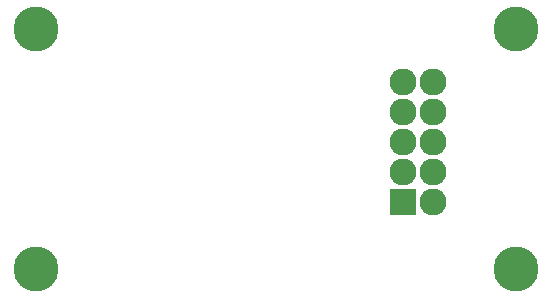
<source format=gbs>
G04 #@! TF.FileFunction,Soldermask,Bot*
%FSLAX46Y46*%
G04 Gerber Fmt 4.6, Leading zero omitted, Abs format (unit mm)*
G04 Created by KiCad (PCBNEW 4.0.4-stable) date 06/20/17 10:55:23*
%MOMM*%
%LPD*%
G01*
G04 APERTURE LIST*
%ADD10C,0.150000*%
%ADD11C,3.810000*%
%ADD12R,2.286000X2.286000*%
%ADD13C,2.286000*%
G04 APERTURE END LIST*
D10*
D11*
X170180000Y-53340000D03*
X129540000Y-53340000D03*
X170180000Y-73660000D03*
X129540000Y-73660000D03*
D12*
X160655000Y-67945000D03*
D13*
X163195000Y-67945000D03*
X160655000Y-65405000D03*
X163195000Y-65405000D03*
X160655000Y-62865000D03*
X163195000Y-62865000D03*
X160655000Y-60325000D03*
X163195000Y-60325000D03*
X160655000Y-57785000D03*
X163195000Y-57785000D03*
M02*

</source>
